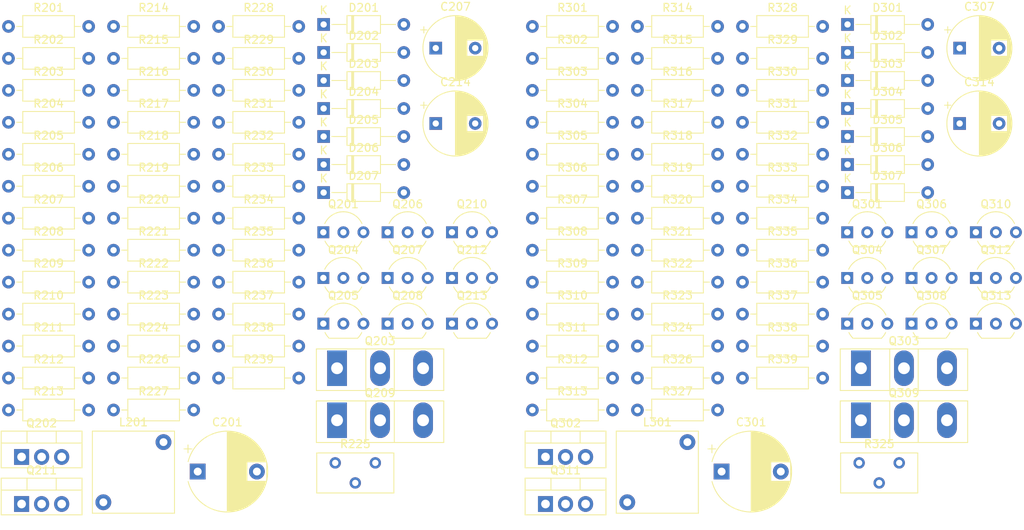
<source format=kicad_pcb>
(kicad_pcb (version 20240108) (generator "pcbnew") (generator_version "8.0")
  (layers (0 "F.Cu" signal) (31 "B.Cu" signal) (34 "B.Paste" user) (35 "F.Paste" user) (36 "B.SilkS" user "B.Silkscreen") (37 "F.SilkS" user "F.Silkscreen") (38 "B.Mask" user) (39 "F.Mask" user) (44 "Edge.Cuts" user))
  (net 0 "")
  (net 1 "Net-(C201-Pad1)")
  (net 2 "GND")
  (net 3 "Net-(Q205-B)")
  (net 4 "Net-(Q205-E)")
  (net 5 "Net-(Q211-B)")
  (net 6 "/Left Channel/-40V")
  (net 7 "Net-(C301-Pad1)")
  (net 8 "Net-(Q305-E)")
  (net 9 "Net-(Q305-B)")
  (net 10 "Net-(Q311-B)")
  (net 11 "/Right Channel/-40V")
  (net 12 "Net-(D201-K)")
  (net 13 "Net-(D201-A)")
  (net 14 "Net-(D202-A)")
  (net 15 "Net-(D202-K)")
  (net 16 "Net-(D203-K)")
  (net 17 "Net-(D204-A)")
  (net 18 "Net-(D205-A)")
  (net 19 "Net-(D206-A)")
  (net 20 "Net-(D206-K)")
  (net 21 "Net-(D207-K)")
  (net 22 "Net-(D301-A)")
  (net 23 "Net-(D301-K)")
  (net 24 "Net-(D302-A)")
  (net 25 "Net-(D302-K)")
  (net 26 "Net-(D303-K)")
  (net 27 "Net-(D304-A)")
  (net 28 "Net-(D305-A)")
  (net 29 "Net-(D306-K)")
  (net 30 "Net-(D306-A)")
  (net 31 "Net-(D307-K)")
  (net 32 "/Left Channel/OUT")
  (net 33 "Net-(C211-Pad1)")
  (net 34 "Net-(C311-Pad1)")
  (net 35 "/Right Channel/OUT")
  (net 36 "Net-(Q201-C)")
  (net 37 "Net-(Q201-B)")
  (net 38 "/Left Channel/+40V")
  (net 39 "Net-(Q202-E)")
  (net 40 "Net-(Q203-E)")
  (net 41 "Net-(Q204-B)")
  (net 42 "Net-(Q204-E)")
  (net 43 "Net-(Q205-C)")
  (net 44 "Net-(Q206-E)")
  (net 45 "Net-(Q206-B)")
  (net 46 "Net-(Q207-B)")
  (net 47 "Net-(Q207-C)")
  (net 48 "Net-(Q208-B)")
  (net 49 "Net-(Q209-B)")
  (net 50 "Net-(Q210-B)")
  (net 51 "Net-(Q210-E)")
  (net 52 "Net-(Q210-C)")
  (net 53 "Net-(Q211-E)")
  (net 54 "Net-(Q212-B)")
  (net 55 "Net-(Q212-E)")
  (net 56 "Net-(Q301-B)")
  (net 57 "Net-(Q301-C)")
  (net 58 "/Right Channel/+40V")
  (net 59 "Net-(Q302-E)")
  (net 60 "Net-(Q303-E)")
  (net 61 "Net-(Q304-B)")
  (net 62 "Net-(Q304-E)")
  (net 63 "Net-(Q305-C)")
  (net 64 "Net-(Q306-B)")
  (net 65 "Net-(Q306-E)")
  (net 66 "Net-(Q307-B)")
  (net 67 "Net-(Q307-C)")
  (net 68 "Net-(Q308-B)")
  (net 69 "Net-(Q309-B)")
  (net 70 "Net-(Q310-E)")
  (net 71 "Net-(Q310-B)")
  (net 72 "Net-(Q310-C)")
  (net 73 "Net-(Q311-E)")
  (net 74 "Net-(Q312-B)")
  (net 75 "Net-(Q312-E)")
  (net 76 "Net-(C202-Pad2)")
  (net 77 "/Left Channel/PROTECT")
  (net 78 "Net-(C203-Pad1)")
  (net 79 "GND1")
  (net 80 "Net-(R216-Pad2)")
  (net 81 "Net-(C206-Pad1)")
  (net 82 "Net-(C208-Pad1)")
  (net 83 "/Left Channel/IN")
  (net 84 "Net-(C208-Pad2)")
  (net 85 "Net-(C210-Pad1)")
  (net 86 "Net-(C212-Pad2)")
  (net 87 "Net-(C302-Pad2)")
  (net 88 "/Right Channel/PROTECT")
  (net 89 "Net-(C303-Pad1)")
  (net 90 "Net-(R316-Pad2)")
  (net 91 "Net-(C306-Pad1)")
  (net 92 "Net-(C308-Pad1)")
  (net 93 "/Right Channel/IN")
  (net 94 "Net-(C308-Pad2)")
  (net 95 "Net-(C310-Pad1)")
  (net 96 "Net-(C312-Pad2)")
  (footprint "Resistor_THT:R_Axial_DIN0207_L6.3mm_D2.5mm_P10.16mm_Horizontal" (layer "F.Cu") (at 81.908 68.06)
    (property "Reference" "R234" (at 5.08 -2.37 0) (layer "F.SilkS"))
    (property "Value" "3,3K")
    (pad "1" thru_hole circle (at 0 0) (size 1.6 1.6) (drill 0.8) (layers "*.Cu" "*.Mask") (net 2 "GND"))
    (pad "2" thru_hole oval (at 10.16 0) (size 1.6 1.6) (drill 0.8) (layers "*.Cu" "*.Mask") (net 21 "Net-(D207-K)"))
  )
  (footprint "Resistor_THT:R_Axial_DIN0207_L6.3mm_D2.5mm_P10.16mm_Horizontal" (layer "F.Cu") (at 81.908 64.01)
    (property "Reference" "R233" (at 5.08 -2.37 0) (layer "F.SilkS"))
    (property "Value" "15K")
    (pad "1" thru_hole circle (at 0 0) (size 1.6 1.6) (drill 0.8) (layers "*.Cu" "*.Mask") (net 5 "Net-(Q211-B)"))
    (pad "2" thru_hole oval (at 10.16 0) (size 1.6 1.6) (drill 0.8) (layers "*.Cu" "*.Mask") (net 21 "Net-(D207-K)"))
  )
  (footprint "Resistor_THT:R_Axial_DIN0207_L6.3mm_D2.5mm_P10.16mm_Horizontal" (layer "F.Cu") (at 81.908 51.86)
    (property "Reference" "R230" (at 5.08 -2.37 0) (layer "F.SilkS"))
    (property "Value" "1K")
    (pad "1" thru_hole circle (at 0 0) (size 1.6 1.6) (drill 0.8) (layers "*.Cu" "*.Mask") (net 52 "Net-(Q210-C)"))
    (pad "2" thru_hole oval (at 10.16 0) (size 1.6 1.6) (drill 0.8) (layers "*.Cu" "*.Mask") (net 44 "Net-(Q206-E)"))
  )
  (footprint "Diode_THT:D_DO-35_SOD27_P10.16mm_Horizontal" (layer "F.Cu") (at 95.218 43.51)
    (property "Reference" "D201" (at 5.08 -2.12 0) (layer "F.SilkS"))
    (property "Value" "1N4148")
    (fp_text user "K" (at 0 -1.8 0) (layer "F.SilkS"))
    (pad "1" thru_hole rect (at 0 0) (size 1.6 1.6) (drill 0.8) (layers "*.Cu" "*.Mask") (net 12 "Net-(D201-K)"))
    (pad "2" thru_hole oval (at 10.16 0) (size 1.6 1.6) (drill 0.8) (layers "*.Cu" "*.Mask") (net 13 "Net-(D201-A)"))
  )
  (footprint "Resistor_THT:R_Axial_DIN0207_L6.3mm_D2.5mm_P10.16mm_Horizontal" (layer "F.Cu") (at 68.598 88.31)
    (property "Reference" "R226" (at 5.08 -2.37 0) (layer "F.SilkS"))
    (property "Value" "0.22")
    (pad "1" thru_hole circle (at 0 0) (size 1.6 1.6) (drill 0.8) (layers "*.Cu" "*.Mask") (net 32 "/Left Channel/OUT"))
    (pad "2" thru_hole oval (at 10.16 0) (size 1.6 1.6) (drill 0.8) (layers "*.Cu" "*.Mask") (net 4 "Net-(Q205-E)"))
  )
  (footprint "Package_TO_SOT_THT:TO-92_Inline_Wide" (layer "F.Cu") (at 111.478 69.84)
    (property "Reference" "Q210" (at 2.54 -3.56 0) (layer "F.SilkS"))
    (property "Value" "BC547B")
    (pad "1" thru_hole rect (at 0 0) (size 1.5 1.5) (drill 0.8) (layers "*.Cu" "*.Mask") (net 51 "Net-(Q210-E)"))
    (pad "2" thru_hole circle (at 2.54 0) (size 1.5 1.5) (drill 0.8) (layers "*.Cu" "*.Mask") (net 50 "Net-(Q210-B)"))
    (pad "3" thru_hole circle (at 5.08 0) (size 1.5 1.5) (drill 0.8) (layers "*.Cu" "*.Mask") (net 52 "Net-(Q210-C)"))
  )
  (footprint "Resistor_THT:R_Axial_DIN0207_L6.3mm_D2.5mm_P10.16mm_Horizontal" (layer "F.Cu") (at 148.288 59.96)
    (property "Reference" "R332" (at 5.08 -2.37 0) (layer "F.SilkS"))
    (property "Value" "15K")
    (pad "1" thru_hole circle (at 0 0) (size 1.6 1.6) (drill 0.8) (layers "*.Cu" "*.Mask") (net 31 "Net-(D307-K)"))
    (pad "2" thru_hole oval (at 10.16 0) (size 1.6 1.6) (drill 0.8) (layers "*.Cu" "*.Mask") (net 71 "Net-(Q310-B)"))
  )
  (footprint "Inductor_THT:L_Radial_L10.2mm_W10.2mm_Px7.62mm_Py7.62mm_Pulse_LP-30" (layer "F.Cu") (at 67.308 104.05)
    (property "Reference" "L201" (at 3.81 -10.14 0) (layer "F.SilkS"))
    (property "Value" "0,5UH")
    (pad "1" thru_hole circle (at 0 0) (size 2 2) (drill 1) (layers "*.Cu" "*.Mask") (net 32 "/Left Channel/OUT"))
    (pad "2" thru_hole circle (at 7.62 -7.62) (size 2 2) (drill 1) (layers "*.Cu" "*.Mask") (net 33 "Net-(C211-Pad1)"))
  )
  (footprint "Resistor_THT:R_Axial_DIN0207_L6.3mm_D2.5mm_P10.16mm_Horizontal" (layer "F.Cu") (at 81.908 76.16)
    (property "Reference" "R236" (at 5.08 -2.37 0) (layer "F.SilkS"))
    (property "Value" "4,7")
    (pad "1" thru_hole circle (at 0 0) (size 1.6 1.6) (drill 0.8) (layers "*.Cu" "*.Mask") (net 86 "Net-(C212-Pad2)"))
    (pad "2" thru_hole oval (at 10.16 0) (size 1.6 1.6) (drill 0.8) (layers "*.Cu" "*.Mask") (net 2 "GND"))
  )
  (footprint "Resistor_THT:R_Axial_DIN0207_L6.3mm_D2.5mm_P10.16mm_Horizontal" (layer "F.Cu") (at 68.598 92.36)
    (property "Reference" "R227" (at 5.08 -2.37 0) (layer "F.SilkS"))
    (property "Value" "10K")
    (pad "1" thru_hole circle (at 0 0) (size 1.6 1.6) (drill 0.8) (layers "*.Cu" "*.Mask") (net 18 "Net-(D205-A)"))
    (pad "2" thru_hole oval (at 10.16 0) (size 1.6 1.6) (drill 0.8) (layers "*.Cu" "*.Mask") (net 48 "Net-(Q208-B)"))
  )
  (footprint "Package_TO_SOT_THT:TO-92_Inline_Wide" (layer "F.Cu") (at 103.328 81.42)
    (property "Reference" "Q208" (at 2.54 -3.56 0) (layer "F.SilkS"))
    (property "Value" "BC557B")
    (pad "1" thru_hole rect (at 0 0) (size 1.5 1.5) (drill 0.8) (layers "*.Cu" "*.Mask") (net 19 "Net-(D206-A)"))
    (pad "2" thru_hole circle (at 2.54 0) (size 1.5 1.5) (drill 0.8) (layers "*.Cu" "*.Mask") (net 48 "Net-(Q208-B)"))
    (pad "3" thru_hole circle (at 5.08 0) (size 1.5 1.5) (drill 0.8) (layers "*.Cu" "*.Mask") (net 42 "Net-(Q204-E)"))
  )
  (footprint "Package_TO_SOT_THT:TO-92_Inline_Wide" (layer "F.Cu") (at 177.858 75.63)
    (property "Reference" "Q312" (at 2.54 -3.56 0) (layer "F.SilkS"))
    (property "Value" "MPSA13")
    (pad "1" thru_hole rect (at 0 0) (size 1.5 1.5) (drill 0.8) (layers "*.Cu" "*.Mask") (net 75 "Net-(Q312-E)"))
    (pad "2" thru_hole circle (at 2.54 0) (size 1.5 1.5) (drill 0.8) (layers "*.Cu" "*.Mask") (net 74 "Net-(Q312-B)"))
    (pad "3" thru_hole circle (at 5.08 0) (size 1.5 1.5) (drill 0.8) (layers "*.Cu" "*.Mask") (net 10 "Net-(Q311-B)"))
  )
  (footprint "Resistor_THT:R_Axial_DIN0207_L6.3mm_D2.5mm_P10.16mm_Horizontal" (layer "F.Cu") (at 55.288 43.76)
    (property "Reference" "R201" (at 5.08 -2.37 0) (layer "F.SilkS"))
    (property "Value" "150")
    (pad "1" thru_hole circle (at 0 0) (size 1.6 1.6) (drill 0.8) (layers "*.Cu" "*.Mask") (net 1 "Net-(C201-Pad1)"))
    (pad "2" thru_hole oval (at 10.16 0) (size 1.6 1.6) (drill 0.8) (layers "*.Cu" "*.Mask") (net 38 "/Left Channel/+40V"))
  )
  (footprint "Resistor_THT:R_Axial_DIN0207_L6.3mm_D2.5mm_P10.16mm_Horizontal" (layer "F.Cu") (at 81.908 43.76)
    (property "Reference" "R228" (at 5.08 -2.37 0) (layer "F.SilkS"))
    (property "Value" "100")
    (pad "1" thru_hole circle (at 0 0) (size 1.6 1.6) (drill 0.8) (layers "*.Cu" "*.Mask") (net 79 "GND1"))
    (pad "2" thru_hole oval (at 10.16 0) (size 1.6 1.6) (drill 0.8) (layers "*.Cu" "*.Mask") (net 2 "GND"))
  )
  (footprint "Package_TO_SOT_THT:TO-92_Inline_Wide" (layer "F.Cu") (at 95.178 69.84)
    (property "Reference" "Q201" (at 2.54 -3.56 0) (layer "F.SilkS"))
    (property "Value" "BF423")
    (pad "1" thru_hole rect (at 0 0) (size 1.5 1.5) (drill 0.8) (layers "*.Cu" "*.Mask") (net 37 "Net-(Q201-B)"))
    (pad "2" thru_hole circle (at 2.54 0) (size 1.5 1.5) (drill 0.8) (layers "*.Cu" "*.Mask") (net 36 "Net-(Q201-C)"))
    (pad "3" thru_hole circle (at 5.08 0) (size 1.5 1.5) (drill 0.8) (layers "*.Cu" "*.Mask") (net 14 "Net-(D202-A)"))
  )
  (footprint "Resistor_THT:R_Axial_DIN0207_L6.3mm_D2.5mm_P10.16mm_Horizontal" (layer "F.Cu") (at 68.598 47.81)
    (property "Reference" "R215" (at 5.08 -2.37 0) (layer "F.SilkS"))
    (property "Value" "470")
    (pad "1" thru_hole circle (at 0 0) (size 1.6 1.6) (drill 0.8) (layers "*.Cu" "*.Mask") (net 3 "Net-(Q205-B)"))
    (pad "2" thru_hole oval (at 10.16 0) (size 1.6 1.6) (drill 0.8) (layers "*.Cu" "*.Mask") (net 4 "Net-(Q205-E)"))
  )
  (footprint "Package_TO_SOT_THT:TO-92_Inline_Wide" (layer "F.Cu") (at 161.558 69.84)
    (property "Reference" "Q301" (at 2.54 -3.56 0) (layer "F.SilkS"))
    (property "Value" "BF423")
    (pad "1" thru_hole rect (at 0 0) (size 1.5 1.5) (drill 0.8) (layers "*.Cu" "*.Mask") (net 56 "Net-(Q301-B)"))
    (pad "2" thru_hole circle (at 2.54 0) (size 1.5 1.5) (drill 0.8) (layers "*.Cu" "*.Mask") (net 57 "Net-(Q301-C)"))
    (pad "3" thru_hole circle (at 5.08 0) (size 1.5 1.5) (drill 0.8) (layers "*.Cu" "*.Mask") (net 24 "Net-(D302-A)"))
  )
  (footprint "Package_TO_SOT_THT:TO-247-3_Vertical" (layer "F.Cu") (at 96.918 87.07)
    (property "Reference" "Q203" (at 5.45 -3.45 0) (layer "F.SilkS"))
    (property "Value" "BDV65B")
    (pad "1" thru_hole rect (at 0 0) (size 2.5 4.5) (drill 1.5) (layers "*.Cu" "*.Mask") (net 40 "Net-(Q203-E)"))
    (pad "2" thru_hole oval (at 5.45 0) (size 2.5 4.5) (drill 1.5) (layers "*.Cu" "*.Mask") (net 39 "Net-(Q202-E)"))
    (pad "3" thru_hole oval (at 10.9 0) (size 2.5 4.5) (drill 1.5) (layers "*.Cu" "*.Mask") (net 38 "/Left Channel/+40V"))
  )
  (footprint "Package_TO_SOT_THT:TO-247-3_Vertical" (layer "F.Cu") (at 163.298 93.66)
    (property "Reference" "Q309" (at 5.45 -3.45 0) (layer "F.SilkS"))
    (property "Value" "BDV64B")
    (pad "1" thru_hole rect (at 0 0) (size 2.5 4.5) (drill 1.5) (layers "*.Cu" "*.Mask") (net 8 "Net-(Q305-E)"))
    (pad "2" thru_hole oval (at 5.45 0) (size 2.5 4.5) (drill 1.5) (layers "*.Cu" "*.Mask") (net 11 "/Right Channel/-40V"))
    (pad "3" thru_hole oval (at 10.9 0) (size 2.5 4.5) (drill 1.5) (layers "*.Cu" "*.Mask") (net 69 "Net-(Q309-B)"))
  )
  (footprint "Resistor_THT:R_Axial_DIN0207_L6.3mm_D2.5mm_P10.16mm_Horizontal" (layer "F.Cu") (at 121.668 68.06)
    (property "Reference" "R307" (at 5.08 -2.37 0) (layer "F.SilkS"))
    (property "Value" "27")
    (pad "1" thru_hole circle (at 0 0) (size 1.6 1.6) (drill 0.8) (layers "*.Cu" "*.Mask") (net 87 "Net-(C302-Pad2)"))
    (pad "2" thru_hole oval (at 10.16 0) (size 1.6 1.6) (drill 0.8) (layers "*.Cu" "*.Mask") (net 56 "Net-(Q301-B)"))
  )
  (footprint "Resistor_THT:R_Axial_DIN0207_L6.3mm_D2.5mm_P10.16mm_Horizontal" (layer "F.Cu") (at 148.288 43.76)
    (property "Reference" "R328" (at 5.08 -2.37 0) (layer "F.SilkS"))
    (property "Value" "100")
    (pad "1" thru_hole circle (at 0 0) (size 1.6 1.6) (drill 0.8) (layers "*.Cu" "*.Mask") (net 79 "GND1"))
    (pad "2" thru_hole oval (at 10.16 0) (size 1.6 1.6) (drill 0.8) (layers "*.Cu" "*.Mask") (net 2 "GND"))
  )
  (footprint "Resistor_THT:R_Axial_DIN0207_L6.3mm_D2.5mm_P10.16mm_Horizontal" (layer "F.Cu") (at 121.668 92.36)
    (property "Reference" "R313" (at 5.08 -2.37 0) (layer "F.SilkS"))
    (property "Value" "33K")
    (pad "1" thru_hole circle (at 0 0) (size 1.6 1.6) (drill 0.8) (layers "*.Cu" "*.Mask") (net 60 "Net-(Q303-E)"))
    (pad "2" thru_hole oval (at 10.16 0) (size 1.6 1.6) (drill 0.8) (layers "*.Cu" "*.Mask") (net 9 "Net-(Q305-B)"))
  )
  (footprint "Resistor_THT:R_Axial_DIN0207_L6.3mm_D2.5mm_P10.16mm_Horizontal" (layer "F.Cu") (at 134.978 80.21)
    (property "Reference" "R323" (at 5.08 -2.37 0) (layer "F.SilkS"))
    (property "Value" "10K")
    (pad "1" thru_hole circle (at 0 0) (size 1.6 1.6) (drill 0.8) (layers "*.Cu" "*.Mask") (net 94 "Net-(C308-Pad2)"))
    (pad "2" thru_hole oval (at 10.16 0) (size 1.6 1.6) (drill 0.8) (layers "*.Cu" "*.Mask") (net 79 "GND1"))
  )
  (footprint "Resistor_THT:R_Axial_DIN0207_L6.3mm_D2.5mm_P10.16mm_Horizontal" (layer "F.Cu") (at 81.908 59.96)
    (property "Reference" "R232" (at 5.08 -2.37 0) (layer "F.SilkS"))
    (property "Value" "15K")
    (pad "1" thru_hole circle (at 0 0) (size 1.6 1.6) (drill 0.8) (layers "*.Cu" "*.Mask") (net 21 "Net-(D207-K)"))
    (pad "2" thru_hole oval (at 10.16 0) (size 1.6 1.6) (drill 0.8) (layers "*.Cu" "*.Mask") (net 50 "Net-(Q210-B)"))
  )
  (footprint "Resistor_THT:R_Axial_DIN0207_L6.3mm_D2.5mm_P10.16mm_Horizontal" (layer "F.Cu") (at 134.978 68.06)
    (property "Reference" "R320" (at 5.08 -2.37 0) (layer "F.SilkS"))
    (property "Value" "1K")
    (pad "1" thru_hole circle (at 0 0) (size 1.6 1.6) (drill 0.8) (layers "*.Cu" "*.Mask") (net 92 "Net-(C308-Pad1)"))
    (pad "2" thru_hole oval (at 10.16 0) (size 1.6 1.6) (drill 0.8) (layers "*.Cu" "*.Mask") (net 93 "/Right Channel/IN"))
  )
  (footprint "Potentiometer_THT:Potentiometer_Bourns_3296Y_Vertical" (layer "F.Cu") (at 168.148 99.06)
    (property "Reference" "R325" (at -2.54 -2.39 0) (layer "F.SilkS"))
    (property "Value" "100")
    (pad "1" thru_hole circle (at 0 0) (size 1.44 1.44) (drill 0.8) (layers "*.Cu" "*.Mask") (net 90 "Net-(R316-Pad2)"))
    (pad "2" thru_hole circle (at -2.54 2.54) (size 1.44 1.44) (drill 0.8) (layers "*.Cu" "*.Mask") (net 69 "Net-(Q309-B)"))
    (pad "3" thru_hole circle (at -5.08 0) (size 1.44 1.44) (drill 0.8) (layers "*.Cu" "*.Mask") (net 69 "Net-(Q309-B)"))
  )
  (footprint "Resistor_THT:R_Axial_DIN0207_L6.3mm_D2.5mm_P10.16mm_Horizontal" (layer "F.Cu") (at 121.668 55.91)
    (property "Reference" "R304" (at 5.08 -2.37 0) (layer "F.SilkS"))
    (property "Value" "68")
    (pad "1" thru_hole circle (at 0 0) (size 1.6 1.6) (drill 0.8) (layers "*.Cu" "*.Mask") (net 7 "Net-(C301-Pad1)"))
    (pad "2" thru_hole oval (at 10.16 0) (size 1.6 1.6) (drill 0.8) (layers "*.Cu" "*.Mask") (net 57 "Net-(Q301-C)"))
  )
  (footprint "Resistor_THT:R_Axial_DIN0207_L6.3mm_D2.5mm_P10.16mm_Horizontal" (layer "F.Cu") (at 68.598 84.26)
    (property "Reference" "R224" (at 5.08 -2.37 0) (layer "F.SilkS"))
    (property "Value" "390")
    (pad "1" thru_hole circle (at 0 0) (size 1.6 1.6) (drill 0.8) (layers "*.Cu" "*.Mask") (net 85 "Net-(C210-Pad1)"))
    (pad "2" thru_hole oval (at 10.16 0) (size 1.6 1.6) (drill 0.8) (layers "*.Cu" "*.Mask") (net 46 "Net-(Q207-B)"))
  )
  (footprint "Resistor_THT:R_Axial_DIN0207_L6.3mm_D2.5mm_P10.16mm_Horizontal" (layer "F.Cu") (at 121.668 88.31)
    (property "Reference" "R312" (at 5.08 -2.37 0) (layer "F.SilkS"))
    (property "Value" "270")
    (pad "1" thru_hole circle (at 0 0) (size 1.6 1.6) (drill 0.8) (layers "*.Cu" "*.Mask") (net 61 "Net-(Q304-B)"))
    (pad "2" thru_hole oval (at 10.16 0) (size 1.6 1.6) (drill 0.8) (layers "*.Cu" "*.Mask") (net 60 "Net-(Q303-E)"))
  )
  (footprint "Package_TO_SOT_THT:TO-92_Inline_Wide" (layer "F.Cu") (at 169.708 75.63)
    (property "Reference" "Q307" (at 2.54 -3.56 0) (layer "F.SilkS"))
    (property "Value" "BC547B")
    (pad "1" thru_hole rect (at 0 0) (size 1.5 1.5) (drill 0.8) (layers "*.Cu" "*.Mask") (net 65 "Net-(Q306-E)"))
    (pad "2" thru_hole circle (at 2.54 0) (size 1.5 1.5) (drill 0.8) (layers "*.Cu" "*.Mask") (net 66 "Net-(Q307-B)"))
    (pad "3" thru_hole circle (at 5.08 0) (size 1.5 1.5) (drill 0.8) (layers "*.Cu" "*.Mask") (net 67 "Net-(Q307-C)"))
  )
  (footprint "Resistor_THT:R_Axial_DIN0207_L6.3mm_D2.5mm_P10.16mm_Horizontal" (layer "F.Cu") (at 134.978 43.76)
    (property "Reference" "R314" (at 5.08 -2.37 0) (layer "F.SilkS"))
    (property "Value" "10K")
    (pad "1" thru_hole circle (at 0 0) (size 1.6 1.6) (drill 0.8) (layers "*.Cu" "*.Mask") (net 27 "Net-(D304-A)"))
    (pad "2" thru_hole oval (at 10.16 0) (size 1.6 1.6) (drill 0.8) (layers "*.Cu" "*.Mask") (net 61 "Net-(Q304-B)"))
  )
  (footprint "Diode_THT:D_DO-35_SOD27_P10.16mm_Horizontal" (layer "F.Cu") (at 161.598 64.81)
    (property "Reference" "D307" (at 5.08 -2.12 0) (layer "F.SilkS"))
    (property "Value" "12V")
    (fp_text user "K" (at 0 -1.8 0) (layer "F.SilkS"))
    (pad "1" thru_hole rect (at 0 0) (size 1.6 1.6) (drill 0.8) (layers "*.Cu" "*.Mask") (net 31 "Net-(D307-K)"))
    (pad "2" thru_hole oval (at 10.16 0) (size 1.6 1.6) (drill 0.8) (layers "*.Cu" "*.Mask") (net 11 "/Right Channel/-40V"))
  )
  (footprint "Resistor_THT:R_Axial_DIN0207_L6.3mm_D2.5mm_P10.16mm_Horizontal" (layer "F.Cu") (at 68.598 72.11)
    (property "Reference" "R221" (at 5.08 -2.37 0) (layer "F.SilkS"))
    (property "Value" "1K")
    (pad "1" thru_hole circle (at 0 0) (size 1.6 1.6) (drill 0.8) (layers "*.Cu" "*.Mask") (net 45 "Net-(Q206-B)"))
    (pad "2" thru_hole oval (at 10.16 0) (size 1.6 1.6) (drill 0.8) (layers "*.Cu" "*.Mask") (net 84 "Net-(C208-Pad2)"))
  )
  (footprint "Resistor_THT:R_Axial_DIN0207_L6.3mm_D2.5mm_P10.16mm_Horizontal" (layer "F.Cu") (at 55.288 51.86)
    (property "Reference" "R203" (at 5.08 -2.37 0) (layer "F.SilkS"))
    (property "Value" "560")
    (pad "1" thru_hole circle (at 0 0) (size 1.6 1.6) (drill 0.8) (layers "*.Cu" "*.Mask") (net 1 "Net-(C201-Pad1)"))
    (pad "2" thru_hole oval (at 10.16 0) (size 1.6 1.6) (drill 0.8) (layers "*.Cu" "*.Mask") (net 47 "Net-(Q207-C)"))
  )
  (footprint "Inductor_THT:L_Radial_L10.2mm_W10.2mm_Px7.62mm_Py7.62mm_Pulse_LP-30" (layer "F.Cu") (at 133.688 104.05)
    (property "Reference" "L301" (at 3.81 -10.14 0) (layer "F.SilkS"))
    (property "Value" "0,5UH")
    (pad "1" thru_hole circle (at 0 0) (size 2 2) (drill 1) (layers "*.Cu" "*.Mask") (net 35 "/Right Channel/OUT"))
    (pad "2" thru_hole circle (at 7.62 -7.62) (size 2 2) (drill 1) (layers "*.Cu" "*.Mask") (net 34 "Net-(C311-Pad1)"))
  )
  (footprint "Resistor_THT:R_Axial_DIN0207_L6.3mm_D2.5mm_P10.16mm_Horizontal" (layer "F.Cu") (at 68.598 55.91)
    (property "Reference" "R217" (at 5.08 -2.37 0) (layer "F.SilkS"))
    (property "Value" "390")
    (pad "1" thru_hole circle (at 0 0) (size 1.6 1.6) (drill 0.8) (layers "*.Cu" "*.Mask") (net 39 "Net-(Q202-E)"))
    (pad "2" thru_hole oval (at 10.16 0) (size 1.6 1.6) (drill 0.8) (layers "*.Cu" "*.Mask") (net 80 "Net-(R216-Pad2)"))
  )
  (footprint "Diode_THT:D_DO-35_SOD27_P10.16mm_Horizontal" (layer "F.Cu") (at 95.218 61.26)
    (property "Reference" "D206" (at 5.08 -2.12 0) (layer "F.SilkS"))
    (property "Value" "1N4148")
    (fp_text user "K" (at 0 -1.8 0) (layer "F.SilkS"))
    (pad "1" thru_hole rect (at 0 0) (size 1.6 1.6) (drill 0.8) (layers "*.Cu" "*.Mask") (net 20 "Net-(D206-K)"))
    (pad "2" thru_hole oval (at 10.16 0) (size 1.6 1.6) (drill 0.8) (layers "*.Cu" "*.Mask") (net 19 "Net-(D206-A)"))
  )
  (footprint "Resistor_THT:R_Axial_DIN0207_L6.3mm_D2.5mm_P10.16mm_Horizontal" (layer "F.Cu") (at 134.978 51.86)
    (property "Reference" "R316" (at 5.08 -2.37 0) (layer "F.SilkS"))
    (property "Value" "2,2K")
    (pad "1" thru_hole circle (at 0 0) (size 1.6 1.6) (drill 0.8) (layers "*.Cu" "*.Mask") (net 59 "Net-(Q302-E)"))
    (pad "2" thru_hole oval (at 10.16 0) (size 1.6 1.6) (drill 0.8) (layers "*.Cu" "*.Mask") (net 90 "Net-(R316-Pad2)"))
  )
  (footprint "Diode_THT:D_DO-35_SOD27_P10.16mm_Horizontal" (layer "F.Cu") (at 95.218 50.61)
    (property "Reference" "D203" (at 5.08 -2.12 0) (layer "F.SilkS"))
    (property "Value" "1N4148")
    (fp_text user "K" (at 0 -1.8 0) (layer "F.SilkS"))
    (pad "1" thru_hole rect (at 0 0) (size 1.6 1.6) (drill 0.8) (layers "*.Cu" "*.Mask") (net 16 "Net-(D203-K)"))
    (pad "2" thru_hole oval (at 10.16 0) (size 1.6 1.6) (drill 0.8) (layers "*.Cu" "*.Mask") (net 15 "Net-(D202-K)"))
  )
  (footprint "Package_TO_SOT_THT:TO-220-3_Vertical" (layer "F.Cu") (at 56.948 98.31)
    (property "Reference" "Q202" (at 2.54 -4.27 0) (layer "F.SilkS"))
    (property "Value" "BF857")
    (pad "1" thru_hole rect (at 0 0) (size 1.905 2) (drill 1.1) (layers "*.Cu" "*.Mask") (net 39 "Net-(Q202-E)"))
    (pad "2" thru_hole oval (at 2.54 0) (size 1.905 2) (drill 1.1) (layers "*.Cu" "*.Mask") (net 38 "/Left Channel/+40V"))
    (pad "3" thru_hole oval (at 5.08 0) (size 1.905 2) (drill 1.1) (layers "*.Cu" "*.Mask") (net 15 "Net-(D202-K)"))
  )
  (footprint "Resistor_THT:R_Axial_DIN0207_L6.3mm_D2.5mm_P10.16mm_Horizontal" (layer "F.Cu") (at 81.908 47.81)
    (property "Reference" "R229" (at 5.08 -2.37 0) (layer "F.SilkS"))
    (property "Value" "270")
    (pad "1" thru_hole circle (at 0 0) (size 1.6 1.6) (drill 0.8) (layers "*.Cu" "*.Mask") (net 48 "Net-(Q208-B)"))
    (pad "2" thru_hole oval (at 10.16 0) (size 1.6 1.6) (drill 0.8) (layers "*.Cu" "*.Mask") (net 4 "Net-(Q205-E)"))
  )
  (footprint "Resistor_THT:R_Axial_DIN0207_L6.3mm_D2.5mm_P10.16mm_Horizontal" (layer "F.Cu") (at 134.978 72.11)
    (property "Reference" "R321" (at 5.08 -2.37 0) (layer "F.SilkS"))
    (property "Value" "1K")
    (pad "1" thru_hole circle (at 0 0) (size 1.6 1.6) (drill 0.8) (layers "*.Cu" "*.Mask") (net 64 "Net-(Q306-B)"))
    (pad "2" thru_hole oval (at 10.16 0) (size 1.6 1.6) (drill 0.8) (layers "*.Cu" "*.Mask") (net 94 "Net-(C308-Pad2)"))
  )
  (footprint "Diode_THT:D_DO-35_SOD27_P10.16mm_Horizontal" (layer "F.Cu") (at 161.598 61.26)
    (property "Reference" "D306" (at 5.08 -2.12 0) (layer "F.SilkS"))
    (property "Value" "1N4148")
    (fp_text user "K" (at 0 -1.8 0) (layer "F.SilkS"))
    (pad "1" thru_hole rect (at 0 0) (size 1.6 1.6) (drill 0.8) (layers "*.Cu" "*.Mask") (net 29 "Net-(D306-K)"))
    (pad "2" thru_hole oval (at 10.16 0) (size 1.6 1.6) (drill 0.8) (layers "*.Cu" "*.Mask") (net 30 "Net-(D306-A)"))
  )
  (footprint "Resistor_THT:R_Axial_DIN0207_L6.3mm_D2.5mm_P10.16mm_Horizontal" (layer "F.Cu") (at 68.598 51.86)
    (property "Reference" "R216" (at 5.08 -2.37 0) (layer "F.SilkS"))
    (property "Value" "2,2K")
    (pad "1" thru_hole circle (at 0 0) (size 1.6 1.6) (drill 0.8) (layers "*.Cu" "*.Mask") (net 39 "Net-(Q202-E)"))
    (pad "2" thru_hole oval (at 10.16 0) (size 1.6 1.6) (drill 0.8) (layers "*.Cu" "*.Mask") (net 80 "Net-(R216-Pad2)"))
  )
  (footprint "Resistor_THT:R_Axial_DIN0207_L6.3mm_D2.5mm_P10.16mm_Horizontal" (layer "F.Cu") (at 148.288 72.11)
    (property "Reference" "R335" (at 5.08 -2.37 0) (layer "F.SilkS"))
    (property "Value" "47")
    (pad "1" thru_hole circle (at 0 0) (size 1.6 1.6) (drill 0.8) (layers "*.Cu" "*.Mask") (net 73 "Net-(Q311-E)"))
    (pad "2" thru_hole oval (at 10.16 0) (size 1.6 1.6) (drill 0.8) (layers "*.Cu" "*.Mask") (net 74 "Net-(Q312-B)"))
  )
  (footprint "Diode_THT:D_DO-35_SOD27_P10.16mm_Horizontal" (layer "F.Cu") (at 95.218 47.06)
    (property "Reference" "D202" (at 5.08 -2.12 0) (layer "F.SilkS"))
    (property "Value" "1N4148")
    (fp_text user "K" (at 0 -1.8 0) (layer "F.SilkS"))
    (pad "1" thru_hole rect (at 0 0) (size 1.6 1.6) (drill 0.8) (layers "*.Cu" "*.Mask") (net 15 "Net-(D202-K)"))
    (pad "2" thru_hole oval (at 10.16 0) (size 1.6 1.6) (drill 0.8) (layers "*.Cu" "*.Mask") (net 14 "Net-(D202-A)"))
  )
  (footprint "Resistor_THT:R_Axial_DIN0207_L6.3mm_D2.5mm_P10.16mm_Horizontal" (layer "F.Cu") (at 148.288 68.06)
    (property "Reference" "R334" (at 5.08 -2.37 0) (layer "F.SilkS"))
    (property "Value" "3,3K")
    (pad "1" thru_hole circle (at 0 0) (size 1.6 1.6) (drill 0.8) (layers "*.Cu" "*.Mask") (net 2 "GND"))
    (pad "2" thru_hole oval (at 10.16 0) (size 1.6 1.6) (drill 0.8) (layers "*.Cu" "*.Mask") (net 31 "Net-(D307-K)"))
  )
  (footprint "Resistor_THT:R_Axial_DIN0207_L6.3mm_D2.5mm_P10.16mm_Horizontal" (layer "F.Cu") (at 148.288 51.86)
    (property "Reference" "R330" (at 5.08 -2.37 0) (layer "F.SilkS"))
    (property "Value" "1K")
    (pad "1" thru_hole circle (at 0 0) (size 1.6 1.6) (drill 0.8) (layers "*.Cu" "*.Mask") (net 72 "Net-(Q310-C)"))
    (pad "2" thru_hole oval (at 10.16 0) (size 1.6 1.6) (drill 0.8) (layers "*.Cu" "*.Mask") (net 65 "Net-(Q306-E)"))
  )
  (footprint "Resistor_THT:R_Axial_DIN0207_L6.3mm_D2.5mm_P10.16mm_Horizontal" (layer "F.Cu") (at 121.668 72.11)
    (property "Reference" "R308" (at 5.08 -2.37 0) (layer "F.SilkS"))
    (property "Value" "2,2M")
    (pad "1" thru_hole circle (at 0 0) (size 1.6 1.6) (drill 0.8) (layers "*.Cu" "*.Mask") (net 22 "Net-(D301-A)"))
    (pad "2" thru_hole oval (at 10.16 0) (size 1.6 1.6) (drill 0.8) (layers "*.Cu" "*.Mask") (net 9 "Net-(Q305-B)"))
  )
  (footprint "Resistor_THT:R_Axial_DIN0207_L6.3mm_D2.5mm_P10.16mm_Horizontal" (layer "F.Cu") (at 121.668 64.01)
    (property "Reference" "R306" (at 5.08 -2.37 0) (layer "F.SilkS"))
    (property "Value" "1K")
    (pad "1" thru_hole circle (at 0 0) (size 1.6 1.6) (drill 0.8) (layers "*.Cu" "*.Mask") (net 58 "/Right Channel/+40V"))
    (pad "2" thru_hole oval (at 10.16 0) (size 1.6 1.6) (drill 0.8) (layers "*.Cu" "*.Mask") (net 23 "Net-(D301-K)"))
  )
  (footprint "Diode_THT:D_DO-35_SOD27_P10.16mm_Horizontal" (layer "F.Cu") (at 95.218 57.71)
    (property "Reference" "D205" (at 5.08 -2.12 0) (layer "F.SilkS"))
    (property "Value" "1N4148")
    (fp_text user "K" (at 0 -1.8 0) (layer "F.SilkS"))
    (pad "1" thru_hole rect (at 0 0) (size 1.6 1.6) (drill 0.8) (layers "*.Cu" "*.Mask") (net 2 "GND"))
    (pad "2" thru_hole oval (at 10.16 0) (size 1.6 1.6) (drill 0.8) (layers "*.Cu" "*.Mask") (net 18 "Net-(D205-A)"))
  )
  (footprint "Resistor_THT:R_Axial_DIN0207_L6.3mm_D2.5mm_P10.16mm_Horizontal" (layer "F.Cu") (at 55.288 47.81)
    (property "Reference" "R202" (at 5.08 -2.37 0) (layer "F.SilkS"))
    (property "Value" "560")
    (pad "1" thru_hole circle (at 0 0) (size 1.6 1.6) (drill 0.8) (layers "*.Cu" "*.Mask") (net 1 "Net-(C201-Pad1)"))
    (pad "2" thru_hole oval (at 10.16 0) (size 1.6 1.6) (drill 0.8) (layers "*.Cu" "*.Mask") (net 76 "Net-(C202-Pad2)"))
  )
  (footprint "Resistor_THT:R_Axial_DIN0207_L6.3mm_D2.5mm_P10.16mm_Horizontal" (layer "F.Cu") (at 68.598 64.01)
    (property "Reference" "R219" (at 5.08 -2.37 0) (layer "F.SilkS"))
    (property "Value" "10K")
    (pad "1" thru_hole circle (at 0 0) (size 1.6 1.6) (drill 0.8) (layers "*.Cu" "*.Mask") (net 81 "Net-(C206-Pad1)"))
    (pad "2" thru_hole oval (at 10.16 0) (size 1.6 1.6) (drill 0.8) (layers "*.Cu" "*.Mask") (net 46 "Net-(Q207-B)"))
  )
  (footprint "Resistor_THT:R_Axial_DIN0207_L6.3mm_D2.5mm_P10.16mm_Horizontal" (layer "F.Cu") (at 81.908 84.26)
    (property "Reference" "R238" (at 5.08 -2.37 0) (layer "F.SilkS"))
    (property "Value" "270")
    (pad "1" thru_hole circle (at 0 0) (size 1.6 1.6) (drill 0.8) (layers "*.Cu" "*.Mask") (net 6 "/Left Channel/-40V"))
    (pad "2" thru_hole oval (at 10.16 0) (size 1.6 1.6) (drill 0.8) (layers "*.Cu" "*.Mask") (net 51 "Net-(Q210-E)"))
  )
  (footprint "Package_TO_SOT_THT:TO-92_Inline_Wide" (layer "F.Cu") (at 161.558 75.63)
    (property "Reference" "Q304" (at 2.54 -3.56 0) (layer "F.SilkS"))
    (property "Value" "BC547B")
    (pad "1" thru_hole rect (at 0 0) (size 1.5 1.5) (drill 0.8) (layers "*.Cu" "*.Mask") (net 62 "Net-(Q304-E)"))
    (pad "2" thru_hole circle (at 2.54 0) (size 1.5 1.5) (drill 0.8) (layers "*.Cu" "*.Mask") (net 61 "Net-(Q304-B)"))
    (pad "3" thru_hole circle (at 5.08 0) (size 1.5 1.5) (drill 0.8) (layers "*.Cu" "*.Mask") (net 26 "Net-(D303-K)"))
  )
  (footprint "Diode_THT:D_DO-35_SOD27_P10.16mm_Horizontal" (layer "F.Cu") (at 161.598 54.16)
    (property "Reference" "D304" (at 5.08 -2.12 0) (layer "F.SilkS"))
    (property "Value" "1N4148")
    (fp_text user "K" (at 0 -1.8 0) (layer "F.SilkS"))
    (pad "1" thru_hole rect (at 0 0) (size 1.6 1.6) (drill 0.8) (layers "*.Cu" "*.Mask") (net 2 "GND"))
    (pad "2" thru_hole oval (at 10.16 0) (size 1.6 1.6) (drill 0.8) (layers "*.Cu" "*.Mask") (net 27 "Net-(D304-A)"))
  )
  (footprint "Resistor_THT:R_Axial_DIN0207_L6.3mm_D2.5mm_P10.16mm_Horizontal" (layer "F.Cu") (at 68.598 59.96)
    (property "Reference" "R218" (at 5.08 -2.37 0) (layer "F.SilkS"))
    (property "Value" "0.22")
    (pad "1" thru_hole circle (at 0 0) (size 1.6 1.6) (drill 0.8) (layers "*.Cu" "*.Mask") (net 40 "Net-(Q203-E)"))
    (pad "2" thru_hole oval (at 10.16 0) (size 1.6 1.6) (drill 0.8) (layers "*.Cu" "*.Mask") (net 32 "/Left Channel/OUT"))
  )
  (footprint "Resistor_THT:R_Axial_DIN0207_L6.3mm_D2.5mm_P10.16mm_Horizontal" (layer "F.Cu") (at 134.978 59.96)
    (property "Reference" "R318" (at 5.08 -2.37 0) (layer "F.SilkS"))
    (property "Value" "0.22")
    (pad "1" thru_hole circle (at 0 0) (size 1.6 1.6) (drill 0.8) (layers "*.Cu" "*.Mask") (net 60 "Net-(Q303-E)"))
    (pad "2" thru_hole oval (at 10.16 0) (size 1.6 1.6) (drill 0.8) (layers "*.Cu" "*.Mask") (net 35 "/Right Channel/OUT"))
  )
  (footprint "Resistor_THT:R_Axial_DIN0207_L6.3mm_D2.5mm_P10.16mm_Horizontal" (layer "F.Cu") (at 55.288 68.06)
    (property "Reference" "R207" (at 5.08 -2.37 0) (layer "F.SilkS"))
    (property "Value" "27")
    (pad "1" thru_hole circle (at 0 0) (size 1.6 1.6) (drill 0.8) (layers "*.Cu" "*.Mask") (net 76 "Net-(C202-Pad2)"))
    (pad "2" thru_hole oval (at 10.16 0) (size 1.6 1.6) (drill 0.8) (layers "*.Cu" "*.Mask") (net 37 "Net-(Q201-B)"))
  )
  (footprint "Resistor_THT:R_Axial_DIN0207_L6.3mm_D2.5mm_P10.16mm_Horizontal" (layer "F.Cu") (at 55.288 92.36)
    (property "Reference" "R213" (at 5.08 -2.37 0) (layer "F.SilkS"))
    (property "Value" "33K")
    (pad "1" thru_hole circle (at 0 0) (size 1.6 1.6) (drill 0.8) (layers "*.Cu" "*.Mask") (net 40 "Net-(Q203-E)"))
    (pad "2" thru_hole oval (at 10.16 0) (size 1.6 1.6) (drill 0.8) (layers "*.Cu" "*.Mask") (net 3 "Net-(Q205-B)"))
  )
  (footprint "Resistor_THT:R_Axial_DIN0207_L6.3mm_D2.5mm_P10.16mm_Horizontal" (layer "F.Cu") (at 134.978 92.36)
    (property "Reference" "R327" (at 5.08 -2.37 0) (layer "F.SilkS"))
    (property "Value" "10K")
    (pad "1" thru_hole circle (at 0 0) (size 1.6 1.6) (drill 0.8) (layers "*.Cu" "*.Mask") (net 28 "Net-(D305-A)"))
    (pad "2" thru_hole oval (at 10.16 0) (size 1.6 1.6) (drill 0.8) (layers "*.Cu" "*.Mask") (net 68 "Net-(Q308-B)"))
  )
  (footprint "Package_TO_SOT_THT:TO-92_Inline_Wide" (layer "F.Cu") (at 111.478 75.63)
    (property "Reference" "Q212" (at 2.54 -3.56 0) (layer "F.SilkS"))
    (property "Value" "MPSA13")
    (pad "1" thru_hole rect (at 0 0) (size 1.5 1.5) (drill 0.8) (layers "*.Cu" "*.Mask") (net 55 "Net-(Q212-E)"))
    (pad "2" thru_hole circle (at 2.54 0) (size 1.5 1.5) (drill 0.8) (layers "*.Cu" "*.Mask") (net 54 "Net-(Q212-B)"))
    (pad "3" thru_hole circle (at 5.08 0) (size 1.5 1.5) (drill 0.8) (layers "*.Cu" "*.Mask") (net 5 "Net-(Q211-B)"))
  )
  (footprint "Resistor_THT:R_Axial_DIN0207_L6.3mm_D2.5mm_P10.16mm_Horizontal" (layer "F.Cu") (at 148.288 76.16)
    (property "Reference" "R336" (at 5.08 -2.37 0) (layer "F.SilkS"))
    (property "Value" "4,7")
    (pad "1" thru_hole circle (at 0 0) (size 1.6 1.6) (drill 0.8) (layers "*.Cu" "*.Mask") (net 96 "Net-(C312-Pad2)"))
    (pad "2" thru_hole oval (at 10.16 0) (size 1.6 1.6) (drill 0.8) (layers "*.Cu" "*.Mask") (net 2 "GND"))
  )
  (footprint "Package_TO_SOT_THT:TO-247-3_Vertical" (layer "F.Cu") (at 96.918 93.66)
    (property "Reference" "Q209" (at 5.45 -3.45 0) (layer "F.SilkS"))
    (property "Value" "BDV64B")
    (pad "1" thru_hole rect (at 0 0) (size 2.5 4.5) (drill 1.5) (layers "*.Cu" "*.Mask") (net 4 "Net-(Q205-E)"))
    (pad "2" thru_hole oval (at 5.45 0) (size 2.5 4.5) (drill 1.5) (layers "*.Cu" "*.Mask") (net 6 "/Left Channel/-40V"))
    (pad "3" thru_hole oval (at 10.9 0) (size 2.5 4.5) (drill 1.5) (layers "*.Cu" "*.Mask") (net 49 "Net-(Q209-B)"))
  )
  (footprint "Resistor_THT:R_Axial_DIN0207_L6.3mm_D2.5mm_P10.16mm_Horizontal" (layer "F.Cu") (at 55.288 76.16)
    (property "Reference" "R209" (at 5.08 -2.37 0) (layer "F.SilkS"))
    (property "Value" "10K")
    (pad "1" thru_hole circle (at 0 0) (size 1.6 1.6) (drill 0.8) (layers "*.Cu" "*.Mask") (net 77 "/Left Channel/PROTECT"))
    (pad "2" thru_hole oval (at 10.16 0) (size 1.6 1.6) (drill 0.8) (layers "*.Cu" "*.Mask") (net 43 "Net-(Q205-C)"))
  )
  (footprint "Resistor_THT:R_Axial_DIN0207_L6.3mm_D2.5mm_P10.16mm_Horizontal" (layer "F.Cu") (at 55.288 55.91)
    (property "Reference" "R204" (at 5.08 -2.37 0) (layer "F.SilkS"))
    (property "Value" "68")
    (pad "1" thru_hole circle (at 0 0) (size 1.6 1.6) (drill 0.8) (layers "*.Cu" "*.Mask") (net 1 "Net-(C201-Pad1)"))
    (pad "2" thru_hole oval (at 10.16 0) (size 1.6 1.6) (drill 0.8) (layers "*.Cu" "*.Mask") (net 36 "Net-(Q201-C)"))
  )
  (footprint "Capacitor_THT:CP_Radial_D10.0mm_P7.50mm" (layer "F.Cu") (at 145.642646 100.16)
    (property "Reference" "C301" (at 3.75 -6.25 0) (layer "F.SilkS"))
    (property "Value" "100UFx50V")
    (pad "1" thru_hole rect (at 0 0) (size 2 2) (drill 1) (layers "*.Cu" "*.Mask") (net 7 "Net-(C301-Pad1)"))
    (pad "2" thru_hole circle (at 7.5 0) (size 2 2) (drill 1) (layers "*.Cu" "*.Mask") (net 2 "GND"))
  )
  (footprint "Resistor_THT:R_Axial_DIN0207_L6.3mm_D2.5mm_P10.16mm_Horizontal" (layer "F.Cu") (at 148.288 84.26)
    (property "Reference" "R338" (at 5.08 -2.37 0) (layer "F.SilkS"))
    (property "Value" "270")
    (pad "1" thru_hole circle (at 0 0) (size 1.6 1.6) (drill 0.8) (layers "*.Cu" "*.Mask") (net 11 "/Right Channel/-40V"))
    (pad "2" thru_hole oval (at 10.16 0) (size 1.6 1.6) (drill 0.8) (layers "*.Cu" "*.Mask") (net 70 "Net-(Q310-E)"))
  )
  (footprint "Resistor_THT:R_Axial_DIN0207_L6.3mm_D2.5mm_P10.16mm_Horizontal" (layer "F.Cu") (at 121.668 80.21)
    (property "Reference" "R310" (at 5.08 -2.37 0) (layer "F.SilkS"))
    (property "Value" "2,2K")
    (pad "1" thru_hole circle (at 0 0) (size 1.6 1.6) (drill 0.8) (layers "*.Cu" "*.Mask") (net 79 "GND1"))
    (pad "2" thru_hole oval (at 10.16 0) (size 1.6 1.6) (drill 0.8) (layers "*.Cu" "*.Mask") (net 89 "Net-(C303-Pad1)"))
  )
  (footprint "Resistor_THT:R_Axial_DIN0207_L6.3mm_D2.5mm_P10.16mm_Horizontal" (layer "F.Cu") (at 121.668 76.16)
    (property "Reference" "R309" (at 5.08 -2.37 0) (layer "F.SilkS"))
    (property "Value" "10K")
    (pad "1" thru_hole circle (at 0 0) (size 1.6 1.6) (drill 0.8) (layers "*.Cu" "*.Mask") (net 88 "/Right Channel/PROTECT"))
    (pad "2" thru_hole oval (at 10.16 0) (size 1.6 1.6) (drill 0.8) (layers "*.Cu" "*.Mask") (net 63 "Net-(Q305-C)"))
  )
  (footprint "Resistor_THT:R_Axial_DIN0207_L6.3mm_D2.5mm_P10.16mm_Horizontal" (layer "F.Cu") (at 81.908 80.21)
    (property "Reference" "R237" (at 5.08 -2.37 0) (layer "F.SilkS"))
    (property "Value" "180")
    (pad "1" thru_hole circle (at 0 0) (size 1.6 1.6) (drill 0.8) (layers "*.Cu" "*.Mask") (net 53 "Net-(Q211-E)"))
    (pad "2" thru_hole oval (at 10.16 0) (size 1.6 1.6) (drill 0.8) (layers "*.Cu" "*.Mask") (net 6 "/Left Channel/-40V"))
  )
  (footprint "Resistor_THT:R_Axial_DIN0207_L6.3mm_D2.5mm_P10.16mm_Horizontal" (layer "F.Cu") (at 55.288 80.21)
    (property "Reference" "R210" (at 5.08 -2.37 0) (layer "F.SilkS"))
    (property "Value" "2,2K")
    (pad "1" thru_hole circle (at 0 0) (size 1.6 1.6) (drill 0.8) (layers "*.Cu" "*.Mask") (net 79 "GND1"))
    (pad "2" thru_hole oval (at 10.16 0) (size 1.6 1.6) (drill 0.8) (layers "*.Cu" "*.Mask") (net 78 "Net-(C203-Pad1)"))
  )
  (footprint "Package_TO_SOT_THT:TO-92_Inline_Wide" (layer "F.Cu") (at 103.328 69.84)
    (property "Reference" "Q206" (at 2.54 -3.56 0) (layer "F.SilkS"))
    (property "Value" "BC547B")
    (pad "1" thru_hole rect (at 0 0) (size 1.5 1.5) (drill 0.8) (layers "*.Cu" "*.Mask") (net 44 "Net-(Q206-E)"))
    (pad "2" thru_hole circle (at 2.54 0) (size 1.5 1.5) (drill 0.8) (layers "*.Cu" "*.Mask") (net 45 "Net-(Q206-B)"))
    (pad "3" thru_hole circle (at 5.08 0) (size 1.5 1.5) (drill 0.8) (layers "*.Cu" "*.Mask") (net 37 "Net-(Q201-B)"))
  )
  (footprint "Resistor_THT:R_Axial_DIN0207_L6.3mm_D2.5mm_P10.16mm_Horizontal" (layer "F.Cu") (at 121.668 47.81)
    (property "Reference" "R302" (at 5.08 -2.37 0) (layer "F.SilkS"))
    (property "Value" "560")
    (pad "1" thru_hole circle (at 0 0) (size 1.6 1.6) (drill 0.8) (layers "*.Cu" "*.Mask") (net 7 "Net-(C301-Pad1)"))
    (pad "2" thru_hole oval (at 10.16 0) (size 1.6 1.6) (drill 0.8) (layers "*.Cu" "*.Mask") (net 87 "Net-(C302-Pad2)"))
  )
  (footprint "Capacitor_THT:CP_Radial_D8.0mm_P5.00mm" (layer "F.Cu") (at 175.802698 46.51)
    (property "Reference" "C307" (at 2.5 -5.25 0) (layer "F.SilkS"))
    (property "Value" "10UFx16V")
    (pad "1" thru_hole rect (at 0 0) (size 1.6 1.6) (drill 0.8) (layers "*.Cu" "*.Mask") (net 9 "Net-(Q305-B)"))
    (pad "2" thru_hole circle (at 5 0) (size 1.6 1.6) (drill 0.8) (layers "*.Cu" "*.Mask") (net 8 "Net-(Q305-E)"))
  )
  (footprint "Resistor_THT:R_Axial_DIN0207_L6.3mm_D2.5mm_P10.16mm_Horizontal" (layer "F.Cu") (at 148.288 80.21)
    (property "Reference" "R337" (at 5.08 -2.37 0) (layer "F.SilkS"))
    (property "Value" "180")
    (pad "1" thru_hole circle (at 0 0) (size 1.6 1.6) (drill 0.8) (layers "*.Cu" "*.Mask") (net 73 "Net-(Q311-E)"))
    (pad "2" thru_hole oval (at 10.16 0) (size 1.6 1.6) (drill 0.8) (layers "*.Cu" "*.Mask") (net 11 "/Right Channel/-40V"))
  )
  (footprint "Package_TO_SOT_THT:TO-220-3_Vertical" (layer "F.Cu") (at 123.328 104.27)
    (property "Reference" "Q311" (at 2.54 -4.27 0) (layer "F.SilkS"))
    (property "Value" "BF857")
    (pad "1" thru_hole rect (at 0 0) (size 1.905 2) (drill 1.1) (layers "*.Cu" "*.Mask") (net 73 "Net-(Q311-E)"))
    (pad "2" thru_hole oval (at 2.54 0) (size 1.905 2) (drill 1.1) (layers "*.Cu" "*.Mask") (net 69 "Net-(Q309-B)"))
    (pad "3" thru_hole oval (at 5.08 0) (size 1.905 2) (drill 1.1) (layers "*.Cu" "*.Mask") (net 10 "Net-(Q311-B)"))
  )
  (footprint "Package_TO_SOT_THT:TO-92_Inline_Wide" (layer "F.Cu") (at 95.178 81.42)
    (property "Reference" "Q205" (at 2.54 -3.56 0) (layer "F.SilkS"))
    (property "Value" "BF422")
    (pad "1" thru_hole rect (at 0 0) (size 1.5 1.5) (drill 0.8) (layers "*.Cu" "*.Mask") (net 4 "Net-(Q205-E)"))
    (pad "2" thru_hole circle (at 2.54 0) (size 1.5 1.5) (drill 0.8) (layers "*.Cu" "*.Mask") (net 3 "Net-(Q205-B)"))
    (pad "3" thru_hole circle (at 5.08 0) (size 1.5 1.5) (drill 0.8) (layers "*.Cu" "*.Mask") (net 43 "Net-(Q205-C)"))
  )
  (footprint "Resistor_THT:R_Axial_DIN0207_L6.3mm_D2.5mm_P10.16mm_Horizontal" (layer "F.Cu") (at 68.598 80.21)
    (property "Reference" "R223" (at 5.08 -2.37 0) (layer "F.SilkS"))
    (property "Value" "10K")
    (pad "1" thru_hole circle (at 0 0) (size 1.6 1.6) (drill 0.8) (layers "*.Cu" "*.Mask") (net 84 "Net-(C208-Pad2)"))
    (pad "2" thru_hole oval (at 10.16 0) (size 1.6 1.6) (drill 0.8) (layers "*.Cu" "*.Mask") (net 79 "GND1"))
  )
  (footprint "Resistor_THT:R_Axial_DIN0207_L6.3mm_D2.5mm_P10.16mm_Horizontal" (layer "F.Cu") (at 148.288 47.81)
    (property "Reference" "R329" (at 5.08 -2.37 0) (layer "F.SilkS"))
    (property "Value" "270")
    (pad "1" thru_hole circle (at 0 0) (size 1.6 1.6) (drill 0.8) (layers "*.Cu" "*.Mask") (net 68 "Net-(Q308-B)"))
    (pad "2" thru_hole oval (at 10.16 0) (size 1.6 1.6) (drill 0.8) (layers "*.Cu" "*.Mask") (net 8 "Net-(Q305-E)"))
  )
  (footprint "Resistor_THT:R_Axial_DIN0207_L6.3mm_D2.5mm_P10.16mm_Horizontal" (layer "F.Cu") (at 134.978 88.31)
    (property "Reference" "R326" (at 5.08 -2.37 0) (layer "F.SilkS"))
    (property "Value" "0.22")
    (pad "1" thru_hole circle (at 0 0) (size 1.6 1.6) (drill 0.8) (layers "*.Cu" "*.Mask") (net 35 "/Right Channel/OUT"))
    (pad "2" thru_hole oval (at 10.16 0) (size 1.6 1.6) (drill 0.8) (layers "*.Cu" "*.Mask") (net 8 "Net-(Q305-E)"))
  )
  (footprint "Capacitor_THT:CP_Radial_D8.0mm_P5.00mm" (layer "F.Cu") (at 175.802698 56.06)
    (property "Reference" "C314" (at 2.5 -5.25 0) (layer "F.SilkS"))
    (property "Value" "100UFx10V")
    (pad "1" thru_hole rect (at 0 0) (size 1.6 1.6) (drill 0.8) (layers "*.Cu" "*.Mask") (net 10 "Net-(Q311-B)"))
    (pad "2" thru_hole circle (at 5 0) (size 1.6 1.6) (drill 0.8) (layers "*.Cu" "*.Mask") (net 11 "/Right Channel/-40V"))
  )
  (footprint "Resistor_THT:R_Axial_DIN0207_L6.3mm_D2.5mm_P10.16mm_Horizontal" (layer "F.Cu") (at 134.978 55.91)
    (property "Reference" "R317" (at 5.08 -2.37 0) (layer "F.SilkS"))
    (property "Value" "390")
    (pad "1" thru_hole circle (at 0 0) (size 1.6 1.6) (drill 0.8) (layers "*.Cu" "*.Mask") (net 59 "Net-(Q302-E)"))
    (pad "2" thru_hole oval (at 10.16 0) (size 1.6 1.6) (drill 0.8) (layers "*.Cu" "*.Mask") (net 90 "Net-(R316-Pad2)"))
  )
  (footprint "Resistor_THT:R_Axial_DIN0207_L6.3mm_D2.5mm_P10.16mm_Horizontal" (layer "F.Cu") (at 148.288 64.01)
    (property "Reference" "R333" (at 5.08 -2.37 0) (layer "F.SilkS"))
    (property "Value" "15K")
    (pad "1" thru_hole circle (at 0 0) (size 1.6 1.6) (drill 0.8) (layers "*.Cu" "*.Mask") (net 10 "Net-(Q311-B)"))
    (pad "2" thru_hole oval (at 10.16 0) (size 1.6 1.6) (drill 0.8) (layers "*.Cu" "*.Mask") (net 31 "Net-(D307-K)"))
  )
  (footprint "Resistor_THT:R_Axial_DIN0207_L6.3mm_D2.5mm_P10.16mm_Horizontal" (layer "F.Cu") (at 134.978 76.16)
    (property "Reference" "R322" (at 5.08 -2.37 0) (layer "F.SilkS"))
    (property "Value" "10K")
    (pad "1" thru_hole circle (at 0 0) (size 1.6 1.6) (drill 0.8) (layers "*.Cu" "*.Mask") (net 62 "Net-(Q304-E)"))
    (pad "2" thru_hole oval (at 10.16 0) (size 1.6 1.6) (drill 0.8) (layers "*.Cu" "*.Mask") (net 66 "Net-(Q307-B)"))
  )
  (footprint "Capacitor_THT:CP_Radial_D10.0mm_P7.50mm" (layer "F.Cu") (at 79.262646 100.16)
    (property "Reference" "C201" (at 3.75 -6.25 0) (layer "F.SilkS"))
    (property "Value" "100UFx50V")
    (pad "1" thru_hole rect (at 0 0) (size 2 2) (drill 1) (layers "*.Cu" "*.Mask") (net 1 "Net-(C201-Pad1)"))
    (pad "2" thru_hole circle (at 7.5 0) (size 2 2) (drill 1) (layers "*.Cu" "*.Mask") (net 2 "GND"))
  )
  (footprint "Resistor_THT:R_Axial_DIN0207_L6.3mm_D2.5mm_P10.16mm_Horizontal" (layer "F.Cu") (at 68.598 43.76)
    (property "Reference" "R214" (at 5.08 -2.37 0) (layer "F.SilkS"))
    (property "Value" "10K")
    (pad "1" thru_hole circle (at 0 0) (size 1.6 1.6) (drill 0.8) (layers "*.Cu" "*.Mask") (net 17 "Net-(D204-A)"))
    (pad "2" thru_hole oval (at 10.16 0) (size 1.6 1.6) (drill 0.8) (layers "*.Cu" "*.Mask") (net 41 "Net-(Q204-B)"))
  )
  (footprint "Diode_THT:D_DO-35_SOD27_P10.16mm_Horizontal" (layer "F.Cu") (at 95.218 54.16)
    (property "Reference" "D204" (at 5.08 -2.12 0) (layer "F.SilkS"))
    (property "Value" "1N4148")
    (fp_text user "K" (at 0 -1.8 0) (layer "F.SilkS"))
    (pad "1" thru_hole rect (at 0 0) (size 1.6 1.6) (drill 0.8) (layers "*.Cu" "*.Mask") (net 2 "GND"))
    (pad "2" thru_hole oval (at 10.16 0) (size 1.6 1.6) (drill 0.8) (layers "*.Cu" "*.Mask") (net 17 "Net-(D204-A)"))
  )
  (footprint "Package_TO_SOT_THT:TO-92_Inline_Wide" (layer "F.Cu") (at 111.478 81.42)
    (property "Reference" "Q213" (at 2.54 -3.56 0) (layer "F.SilkS"))
    (property "Value" "BC547B")
    (pad "1" thru_hole rect (at 0 0) (size 1.5 1.5) (drill 0.8) (layers "*.Cu" "*.Mask") (net 6 "/Left Channel/-40V"))
    (pad "2" thru_hole circle (at 2.54 0) (size 1.5 1.5) (drill 0.8) (layers "*.Cu" "*.Mask") (net 51 "Net-(Q210-E)"))
    (pad "3" thru_hole circle (at 5.08 0) (size 1.5 1.5) (drill 0.8) (layers "*.Cu" "*.Mask") (net 50 "Net-(Q210-B)"))
  )
  (footprint "Package_TO_SOT_THT:TO-92_Inline_Wide" (layer "F.Cu") (at 95.178 75.63)
    (property "Reference" "Q204" (at 2.54 -3.56 0) (layer "F.SilkS"))
    (property "Value" "BC547B")
    (pad "1" thru_hole rect (at 0 0) (size 1.5 1.5) (drill 0.8) (layers "*.Cu" "*.Mask") (net 42 "Net-(Q204-E)"))
    (pad "2" thru_hole circle (at 2.54 0) (size 1.5 1.5) (drill 0.8) (layers "*.Cu" "*.Mask") (net 41 "Net-(Q204-B)"))
    (pad "3" thru_hole circle (at 5.08 0) (size 1.5 1.5) (drill 0.8) (layers "*.Cu" "*.Mask") (net 16 "Net-(D203-K)"))
  )
  (footprint "Package_TO_SOT_THT:TO-220-3_Vertical" (layer "F.Cu") (at 56.948 104.27)
    (property "Reference" "Q211" (at 2.54 -4.27 0) (layer "F.SilkS"))
    (property "Value" "BF857")
    (pad "1" thru_hole rect (at 0 0) (size 1.905 2) (drill 1.1) (layers "*.Cu" "*.Mask") (net 53 "Net-(Q211-E)"))
    (pad "2" thru_hole oval (at 2.54 0) (size 1.905 2) (drill 1.1) (layers "*.Cu" "*.Mask") (net 49 "Net-(Q209-B)"))
    (pad "3" thru_hole oval (at 5.08 0) (size 1.905 2) (drill 1.1) (layers "*.Cu" "*.Mask") (net 5 "Net-(Q211-B)"))
  )
  (footprint "Package_TO_SOT_THT:TO-92_Inline_Wide" (layer "F.Cu") (at 169.708 69.84)
    (property "Reference" "Q306" (at 2.54 -3.56 0) (layer "F.SilkS"))
    (property "Value" "BC547B")
    (pad "1" thru_hole rect (at 0 0) (size 1.5 1.5) (drill 0.8) (layers "*.Cu" "*.Mask") (net 65 "Net-(Q306-E)"))
    (pad "2" thru_hole circle (at 2.54 0) (size 1.5 1.5) (drill 0.8) (layers "*.Cu" "*.Mask") (net 64 "Net-(Q306-B)"))
    (pad "3" thru_hole circle (at 5.08 0) (size 1.5 1.5) (drill 0.8) (layers "*.Cu" "*.Mask") (net 56 "Net-(Q301-B)"))
  )
  (footprint "Diode_THT:D_DO-35_SOD27_P10.16mm_Horizontal" (layer "F.Cu") (at 161.598 57.71)
    (property "Reference" "D305" (at 5.08 -2.12 0) (layer "F.SilkS"))
    (property "Value" "1N4148")
    (fp_text user "K" (at 0 -1.8 0) (layer "F.SilkS"))
    (pad "1" thru_hole rect (at 0 0) (size 1.6 1.6) (drill 0.8) (layers "*.Cu" "*.Mask") (net 2 "GND"))
    (pad "2" thru_hole oval (at 10.16 0) (size 1.6 1.6) (drill 0.8) (layers "*.Cu" "*.Mask") (net 28 "Net-(D305-A)"))
  )
  (footprint "Resistor_THT:R_Axial_DIN0207_L6.3mm_D2.5mm_P10.16mm_Horizontal" (layer "F.Cu") (at 55.288 88.31)
    (property "Reference" "R212" (at 5.08 -2.37 0) (layer "F.SilkS"))
    (property "Value" "270")
    (pad "1" thru_hole circle (at 0 0) (size 1.6 1.6) (drill 0.8) (layers "*.Cu" "*.Mask") (net 41 "Net-(Q204-B)"))
    (pad "2" thru_hole oval (at 10.16 0) (size 1.6 1.6) (drill 0.8) (layers "*.Cu" "*.Mask") (net 40 "Net-(Q203-E)"))
  )
  (footprint "Package_TO_SOT_THT:TO-92_Inline_Wide" (layer "F.Cu") (at 169.708 81.42)
    (property "Reference" "Q308" (at 2.54 -3.56 0) (layer "F.SilkS"))
    (property "Value" "BC557B")
    (pad "1" thru_hole rect (at 0 0) (size 1.5 1.5) (drill 0.8) (layers "*.Cu" "*.Mask") (net 30 "Net-(D306-A)"))
    (pad "2" thru_hole circle (at 2.54 0) (size 1.5 1.5) (drill 0.8) (layers "*.Cu" "*.Mask") (net 68 "Net-(Q308-B)"))
    (pad "3" thru_hole circle (at 5.08 0) (size 1.5 1.5) (drill 0.8) (layers "*.Cu" "*.Mask") (net 62 "Net-(Q304-E)"))
  )
  (footprint "Diode_THT:D_DO-35_SOD27_P10.16mm_Horizontal" (layer "F.Cu") (at 95.218 64.81)
    (property "Reference" "D207" (at 5.08 -2.12 0) (layer "F.SilkS"))
    (property "Value" "12V")
    (fp_text user "K" (at 0 -1.8 0) (layer "F.SilkS"))
    (pad "1" thru_hole rect (at 0 0) (size 1.6 1.6) (drill 0.8) (layers "*.Cu" "*.Mask") (net 21 "Net-(D207-K)"))
    (pad "2" thru_hole oval (at 10.16 0) (size 1.6 1.6) (drill 0.8) (layers "*.Cu" "*.Mask") (net 6 "/Left Channel/-40V"))
  )
  (footprint "Resistor_THT:R_Axial_DIN0207_L6.3mm_D2.5mm_P10.16mm_Horizontal" (layer "F.Cu") (at 81.908 55.91)
    (property "Reference" "R231" (at 5.08 -2.37 0) (layer "F.SilkS"))
    (property "Value" "100")
    (pad "1" thru_hole circle (at 0 0) (size 1.6 1.6) (drill 0.8) (layers "*.Cu" "*.Mask") (net 20 "Net-(D206-K)"))
    (pad "2" thru_hole oval (at 10.16 0) (size 1.6 1.6) (drill 0.8) (layers "*.Cu" "*.Mask") (net 49 "Net-(Q209-B)"))
  )
  (footprint "Resistor_THT:R_Axial_DIN0207_L6.3mm_D2.5mm_P10.16mm_Horizontal" (layer "F.Cu") (at 81.908 88.31)
    (property "Reference" "R239" (at 5.08 -2.37 0) (layer "F.SilkS"))
    (property "Value" "68")
    (pad "1" thru_hole circle (at 0 0) (size 1.6 1.6) (drill 0.8) (layers "*.Cu" "*.Mask") (net 55 "Net-(Q212-E)"))
    (pad "2" thru_hole oval (at 10.16 0) (size 1.6 1.6) (drill 0.8) (layers "*.Cu" "*.Mask") (net 6 "/Left Channel/-40V"))
  )
  (footprint "Diode_THT:D_DO-35_SOD27_P10.16mm_Horizontal" (layer "F.Cu") (at 161.598 47.06)
    (property "Reference" "D302" (at 5.08 -2.12 0) (layer "F.SilkS"))
    (property "Value" "1N4148")
    (fp_text user "K" (at 0 -1.8 0) (layer "F.SilkS"))
    (pad "1" thru_hole rect (at 0 0) (size 1.6 1.6) (drill 0.8) (layers "*.Cu" "*.Mask") (net 25 "Net-(D302-K)"))
    (pad "2" thru_hole oval (at 10.16 0) (size 1.6 1.6) (drill 0.8) (layers "*.Cu" "*.Mask") (net 24 "Net-(D302-A)"))
  )
  (footprint "Package_TO_SOT_THT:TO-247-3_Vertical" (layer "F.Cu") (at 163.298 87.07)
    (property "Reference" "Q303" (at 5.45 -3.45 0) (layer "F.SilkS"))
    (property "Value" "BDV65B")
    (pad "1" thru_hole rect (at 0 0) (size 2.5 4.5) (drill 1.5) (layers "*.Cu" "*.Mask") (net 60 "Net-(Q303-E)"))
    (pad "2" thru_hole oval (at 5.45 0) (size 2.5 4.5) (drill 1.5) (layers "*.Cu" "*.Mask") (net 59 "Net-(Q302-E)"))
    (pad "3" thru_hole oval (at 10.9 0) (size 2.5 4.5) (drill 1.5) (layers "*.Cu" "*.Mask") (net 58 "/Right Channel/+40V"))
  )
  (footprint "Resistor_THT:R_Axial_DIN0207_L6.3mm_D2.5mm_P10.16mm_Horizontal" (layer "F.Cu") (at 55.288 59.96)
    (property "Reference" "R205" (at 5.08 -2.37 0) (layer "F.SilkS"))
    (property "Value" "220K")
    (pad "1" thru_hole circle (at 0 0) (size 1.6 1.6) (drill 0.8) (layers "*.Cu" "*.Mask") (net 38 "/Left Channel/+40V"))
    (pad "2" thru_hole oval (at 10.16 0) (size 1.6 1.6) (drill 0.8) (layers "*.Cu" "*.Mask") (net 13 "Net-(D201-A)"))
  )
  (footprint "Resistor_THT:R_Axial_DIN0207_L6.3mm_D2.5mm_P10.16mm_Horizontal" (layer "F.Cu") (at 134.978 47.81)
    (property "Reference" "R315" (at 5.08 -2.37 0) (layer "F.SilkS"))
    (property "Value" "470")
    (pad "1" thru_hole circle (at 0 0) (size 1.6 1.6) (drill 0.8) (layers "*.Cu" "*.Mask") (net 9 "Net-(Q305-B)"))
    (pad "2" thru_hole oval (at 10.16 0) (size 1.6 1.6) (drill 0.8) (layers "*.Cu" "*.Mask") (net 8 "Net-(Q305-E)"))
  )
  (footprint "Package_TO_SOT_THT:TO-92_Inline_Wide" (layer "F.Cu") (at 177.858 81.42)
    (property "Reference" "Q313" (at 2.54 -3.56 0) (layer "F.SilkS"))
    (property "Value" "BC547B")
    (pad "1" thru_hole rect (at 0 0) (size 1.5 1.5) (drill 0.8) (layers "*.Cu" "*.Mask") (net 11 "/Right Channel/-40V"))
    (pad "2" thru_hole circle (at 2.54 0) (size 1.5 1.5) (drill 0.8) (layers "*.Cu" "*.Mask") (net 70 "Net-(Q310-E)"))
    (pad "3" thru_hole circle (at 5.08 0) (size 1.5 1.5) (drill 0.8) (layers "*.Cu" "*.Mask") (net 71 "Net-(Q310-B)"))
  )
  (footprint "Resistor_THT:R_Axial_DIN0207_L6.3mm_D2.5mm_P10.16mm_Horizontal" (layer "F.Cu") (at 148.288 55.91)
    (property "Reference" "R331" (at 5.08 -2.37 0) (layer "F.SilkS"))
    (property "Value" "100")
    (pad "1" thru_hole circle (at 0 0) (size 1.6 1.6) (drill 0.8) (layers "*.Cu" "*.Mask") (net 29 "Net-(D306-K)"))
    (pad "2" thru_hole oval (at 10.16 0) (size 1.6 1.6) (drill 0.8) (layers "*.Cu" "*.Mask") (net 69 "Net-(Q309-B)"))
  )
  (footprint "Resistor_THT:R_Axial_DIN0207_L6.3mm_D2.5mm_P10.16mm_Horizontal" (layer "F.Cu") (at 148.288 88.31)
    (property "Reference" "R339" (at 5.08 -2.37 0) (layer "F.SilkS"))
    (property "Value" "68")
    (pad "1" thru_hole circle (at 0 0) (size 1.6 1.6) (drill 0.8) (layers "*.Cu" "*.Mask") (net 75 "Net-(Q312-E)"))
    (pad "2" thru_hole oval (at 10.16 0) (size 1.6 1.6) (drill 0.8) (layers "*.Cu" "*.Mask") (net 11 "/Right Channel/-40V"))
  )
  (footprint "Resistor_THT:R_Axial_DIN0207_L6.3mm_D2.5mm_P10.16mm_Horizontal" (layer "F.Cu") (at 121.668 43.76)
    (property "Reference" "R301" (at 5.08 -2.37 0) (layer "F.SilkS"))
    (property "Value" "150")
    (pad "1" thru_hole circle (at 0 0) (size 1.6 1.6) (drill 0.8) (layers "*.Cu" "*.Mask") (net 7 "Net-(C301-Pad1)"))
    (pad "2" thru_hole oval (at 10.16 0) (size 1.6 1.6) (drill 0.8) (layers "*.Cu" "*.Mask") (net 58 "/Right Channel/+40V"))
  )
  (footprint "Resistor_THT:R_Axial_DIN0207_L6.3mm_D2.5mm_P10.16mm_Horizontal" (layer "F.Cu") (at 134.978 84.26)
    (property "Reference" "R324" (at 5.08 -2.37 0) (layer "F.SilkS"))
    (property "Value" "390")
    (pad "1" thru_hole circle (at 0 0) (size 1.6 1.6) (drill 0.8) (layers "*.Cu" "*.Mask") (net 95 "Net-(C310-Pad1)"))
    (pad "2" thru_hole oval (at 10.16 0) (size 1.6 1.6) (drill 0.8) (layers "*.Cu" "*.Mask") (net 66 "Net-(Q307-B)"))
  )
  (footprint "Resistor_THT:R_Axial_DIN0207_L6.3mm_D2.5mm_P10.16mm_Horizontal" (layer "F.Cu") (at 68.598 68.06)
    (property "Reference" "R220" (at 5.08 -2.37 0) (layer "F.SilkS"))
    (property "Value" "1K")
    (pad "1" thru_hole circle (at 0 0) (size 1.6 1.6) (drill 0.8) (layers "*.Cu" "*.Mask") (net 82 "Net-(C208-Pad1)"))
    (pad "2" thru_hole oval (at 10.16 0) (size 1.6 1.6) (drill 0.8) (layers "*.Cu" "*.Mask") (net 83 "/Left Channel/IN"))
  )
  (footprint "Resistor_THT:R_Axial_DIN0207_L6.3mm_D2.5mm_P10.16mm_Horizontal" (layer "F.Cu") (at 68.598 76.16)
    (property "Reference" "R222" (at 5.08 -2.37 0) (layer "F.SilkS"))
    (property "Value" "10K")
    (pad "1" thru_hole circle (at 0 0) (size 1.6 1.6) (drill 0.8) (layers "*.Cu" "*.Mask") (net 42 "Net-(Q204-E)"))
    (pad "2" thru_hole oval (at 10.16 0) (size 1.6 1.6) (drill 0.8) (layers "*.Cu" "*.Mask") (net 46 "Net-(Q207-B)"))
  )
  (footprint "Resistor_THT:R_Axial_DIN0207_L6.3mm_D2.5mm_P10.16mm_Horizontal" (layer "F.Cu") (at 55.288 64.01)
    (property "Reference" "R206" (at 5.08 -2.37 0) (layer "F.SilkS"))
    (property "Value" "1K")
    (pad "1" thru_hole circle (at 0 0) (size 1.6 1.6) (drill 0.8) (layers "*.Cu" "*.Mask") (net 38 "/Left Channel/+40V"))
    (pad "2" thru_hole oval (at 10.16 0) (size 1.6 1.6) (drill 0.8) (layers "*.Cu" "*.Mask") (net 12 "Net-(D201-K)"))
  )
  (footprint "Package_TO_SOT_THT:TO-92_Inline_Wide" (layer "F.Cu") (at 161.558 81.42)
    (property "Reference" "Q305" (at 2.54 -3.56 0) (layer "F.SilkS"))
    (property "Value" "BF422")
    (pad "1" thru_hole rect (at 0 0) (size 1.5 1.5) (drill 0.8) (layers "*.Cu" "*.Mask") (net 8 "Net-(Q305-E)"))
    (pad "2" thru_hole circle (at 2.54 0) (size 1.5 1.5) (drill 0.8) (layers "*.Cu" "*.Mask") (net 9 "Net-(Q305-B)"))
    (pad "3" thru_hole circle (at 5.08 0) (size 1.5 1.5) (drill 0.8) (layers "*.Cu" "*.Mask") (net 63 "Net-(Q305-C)"))
  )
  (footprint "Diode_THT:D_DO-35_SOD27_P10.16mm_Horizontal" (layer "F.Cu") (at 161.598 50.61)
    (property "Reference" "D303" (at 5.08 -2.12 0) (layer "F.SilkS"))
    (property "Value" "1N4148")
    (fp_text user "K" (at 0 -1.8 0) (layer "F.SilkS"))
    (pad "1" thru_hole rect (at 0 0) (size 1.6 1.6) (drill 0.8) (layers "*.Cu" "*.Mask") (net 26 "Net-(D303-K)"))
    (pad "2" thru_hole oval (at 10.16 0) (size 1.6 1.6) (drill 0.8) (layers "*.Cu" "*.Mask") (net 25 "Net-(D302-K)"))
  )
  (footprint "Diode_THT:D_DO-35_SOD27_P10.16mm_Horizontal" (layer "F.Cu") (at 161.598 43.51)
    (property "Reference" "D301" (at 5.08 -2.12 0) (layer "F.SilkS"))
    (property "Value" "1N4148")
    (fp_text user "K" (at 0 -1.8 0) (layer "F.SilkS"))
    (pad "1" thru_hole rect (at 0 0) (size 1.6 1.6) (drill 0.8) (layers "*.Cu" "*.Mask") (net 23 "Net-(D301-K)"))
    (pad "2" thru_hole oval (at 10.16 0) (size 1.6 1.6) (drill 0.8) (layers "*.Cu" "*.Mask") (net 22 "Net-(D301-A)"))
  )
  (footprint "Resistor_THT:R_Axial_DIN0207_L6.3mm_D2.5mm_P10.16mm_Horizontal" (layer "F.Cu") (at 121.668 51.86)
    (property "Reference" "R303" (at 5.08 -2.37 0) (layer "F.SilkS"))
    (property "Value" "560")
    (pad "1" thru_hole circle (at 0 0) (size 1.6 1.6) (drill 0.8) (layers "*.Cu" "*.Mask") (net 7 "Net-(C301-Pad1)"))
    (pad "2" thru_hole oval (at 10.16 0) (size 1.6 1.6) (drill 0.8) (layers "*.Cu" "*.Mask") (net 67 "Net-(Q307-C)"))
  )
  (footprint "Capacitor_THT:CP_Radial_D8.0mm_P5.00mm" (layer "F.Cu") (at 109.422698 46.51)
    (property "Reference" "C207" (at 2.5 -5.25 0) (layer "F.SilkS"))
    (property "Value" "10UFx16V")
    (pad "1" thru_hole rect (at 0 0) (size 1.6 1.6) (drill 0.8) (layers "*.Cu" "*.Mask") (net 3 "Net-(Q205-B)"))
    (pad "2" thru_hole circle (at 5 0) (size 1.6 1.6) (drill 0.8) (layers "*.Cu" "*.Mask") (net 4 "Net-(Q205-E)"))
  )
  (footprint "Resistor_THT:R_Axial_DIN0207_L6.3mm_D2.5mm_P10.16mm_Horizontal" (layer "F.Cu") (at 121.668 84.26)
    (property "Reference" "R311" (at 5.08 -2.37 0) (layer "F.SilkS"))
    (property "Value" "680")
    (pad "1" thru_hole circle (at 0 0) (size 1.6 1.6) (drill 0.8) (layers "*.Cu" "*.Mask") (net 25 "Net-(D302-K)"))
    (pad "2" thru_hole oval (at 10.16 0) (size 1.6 1.6) (drill 0.8) (layers "*.Cu" "*.Mask") (net 59 "Net-(Q302-E)"))
  )
  (footprint "Package_TO_SOT_THT:TO-92_Inline_Wide" (layer "F.Cu") (at 177.858 69.84)
    (property "Reference" "Q310" (at 2.54 -3.56 0) (layer "F.SilkS"))
    (property "Value" "BC547B")
    (pad "1" thru_hole rect (at 0 0) (size 1.5 1.5) (drill 0.8) (layers "*.Cu" "*.Mask") (net 70 "Net-(Q310-E)"))
    (pad "2" thru_hole circle (at 2.54 0) (size 1.5 1.5) (drill 0.8) (layers "*.Cu" "*.Mask") (net 71 "Net-(Q310-B)"))
    (pad "3" thru_hole circle (at 5.08 0) (size 1.5 1.5) (drill 0.8) (layers "*.Cu" "*.Mask") (net 72 "Net-(Q310-C)"))
  )
  (footprint "Package_TO_SOT_THT:TO-92_Inline_Wide" (layer "F.Cu") (at 103.328 75.63)
    (property "Reference" "Q207" (at 2.54 -3.56 0) (layer "F.SilkS"))
    (property "Value" "BC547B")
    (pad "1" thru_hole rect (at 0 0) (size 1.5 1.5) (drill 0.8) (layers "*.Cu" "*.Mask") (net 44 "Net-(Q206-E)"))
    (pad "2" thru_hole circle (at 2.54 0) (size 1.5 1.5) (drill 0.8) (layers "*.Cu" "*.Mask") (net 46 "Net-(Q207-B)"))
    (pad "3" thru_hole circle (at 5.08 0) (size 1.5 1.5) (drill 0.8) (layers "*.Cu" "*.Mask") (net 47 "Net-(Q207-C)"))
  )
  (footprint "Capacitor_THT:CP_Radial_D8.0mm_P5.00mm" (layer "F.Cu") (at 109.422698 56.06)
    (property "Reference" "C214" (at 2.5 -5.25 0) (layer "F.SilkS"))
    (property "Value" "100UFx10V")
    (pad "1" thru_hole rect (at 0 0) (size 1.6 1.6) (drill 0.8) (layers "*.Cu" "*.Mask") (net 5 "Net-(Q211-B)"))
    (pad "2" thru_hole circle (at 5 0) (size 1.6 1.6) (drill 0.8) (layers "*.Cu" "*.Mask") (net 6 "/Left Channel/-40V"))
  )
  (footprint "Resistor_THT:R_Axial_DIN0207_L6.3mm_D2.5mm_P10.16mm_Horizontal" (layer "F.Cu") (at 55.288 72.11)
    (property "Reference" "R208" (at 5.08 -2.37 0) (layer "F.SilkS"))
    (property "Value" "2,2M")
    (pad "1" thru_hole circle (at 0 0) (size 1.6 1.6) (drill 0.8) (layers "*.Cu" "*.Mask") (net 13 "Net-(D201-A)"))
    (pad "2" thru_hole oval (at 10.16 0) (size 1.6 1.6) (drill 0.8) (layers "*.Cu" "*.Mask") (net 3 "Net-(Q205-B)"))
  )
  (footprint "Resistor_THT:R_Axial_DIN0207_L6.3mm_D2.5mm_P10.16mm_Horizontal" (layer "F.Cu") (at 55.288 84.26)
    (property "Reference" "R211" (at 5.08 -2.37 0) (layer "F.SilkS"))
    (property "Value" "680")
    (pad "1" thru_hole circle (at 0 0) (size 1.6 1.6) (drill 0.8) (layers "*.Cu" "*.Mask") (net 15 "Net-(D202-K)"))
    (pad "2" thru_hole oval (at 10.16 0) (size 1.6 1.6) (drill 0.8) (layers "*.Cu" "*.Mask") (net 39 "Net-(Q202-E)"))
  )
  (footprint "Resistor_THT:R_Axial_DIN0207_L6.3mm_D2.5mm_P10.16mm_Horizontal" (layer "F.Cu") (at 121.668 59.96)
    (property "Reference" "R305" (at 5.08 -2.37 0) (layer "F.SilkS"))
    (property "Value" "220K")
    (pad "1" thru_hole circle (at 0 0) (size 1.6 1.6) (drill 0.8) (layers "*.Cu" "*.Mask") (net 58 "/Right Channel/+40V"))
    (pad "2" thru_hole oval (at 10.16 0) (size 1.6 1.6) (drill 0.8) (layers "*.Cu" "*.Mask") (net 22 "Net-(D301-A)"))
  )
  (footprint "Package_TO_SOT_THT:TO-220-3_Vertical" (layer "F.Cu") (at 123.328 98.31)
    (property "Reference" "Q302" (at 2.54 -4.27 0) (layer "F.SilkS"))
    (property "Value" "BF857")
    (pad "1" thru_hole rect (at 0 0) (size 1.905 2) (drill 1.1) (layers "*.Cu" "*.Mask") (net 59 "Net-(Q302-E)"))
    (pad "2" thru_hole oval (at 2.54 0) (size 1.905 2) (drill 1.1) (layers "*.Cu" "*.Mask") (net 58 "/Right Channel/+40V"))
    (pad "3" thru_hole oval (at 5.08 0) (size 1.905 2) (drill 1.1) (layers "*.Cu" "*.Mask") (net 25 "Net-(D302-K)"))
  )
  (footprint "Potentiometer_THT:Potentiometer_Bourns_3296Y_Vertical" (layer "F.Cu") (at 101.768 99.06)
    (property "Reference" "R225" (at -2.54 -2.39 0) (layer "F.SilkS"))
    (property "Value" "100")
    (pad "1" thru_hole circle (at 0 0) (size 1.44 1.44) (drill 0.8) (layers "*.Cu" "*.Mask") (net 80 "Net-(R216-Pad2)"))
    (pad "2" thru_hole circle (at -2.54 2.54) (size 1.44 1.44) (drill 0.8) (layers "*.Cu" "*.Mask") (net 49 "Net-(Q209-B)"))
    (pad "3" thru_hole circle (at -5.08 0) (size 1.44 1.44) (drill 0.8) (layers "*.Cu" "*.Mask") (net 49 "Net-(Q209-B)"))
  )
  (footprint "Resistor_THT:R_Axial_DIN0207_L6.3mm_D2.5mm_P10.16mm_Horizontal" (layer "F.Cu") (at 81.908 72.11)
    (property "Reference" "R235" (at 5.08 -2.37 0) (layer "F.SilkS"))
    (property "Value" "47")
    (pad "1" thru_hole circle (at 0 0) (size 1.6 1.6) (drill 0.8) (layers "*.Cu" "*.Mask") (net 53 "Net-(Q211-E)"))
    (pad "2" thru_hole oval (at 10.16 0) (size 1.6 1.6) (drill 0.8) (layers "*.Cu" "*.Mask") (net 54 "Net-(Q212-B)"))
  )
  (footprint "Resistor_THT:R_Axial_DIN0207_L6.3mm_D2.5mm_P10.16mm_Horizontal" (layer "F.Cu") (at 134.978 64.01)
    (property "Reference" "R319" (at 5.08 -2.37 0) (layer "F.SilkS"))
    (property "Value" "10K")
    (pad "1" thru_hole circle (at 0 0) (size 1.6 1.6) (drill 0.8) (layers "*.Cu" "*.Mask") (net 91 "Net-(C306-Pad1)"))
    (pad "2" thru_hole oval (at 10.16 0) (size 1.6 1.6) (drill 0.8) (layers "*.Cu" "*.Mask") (net 66 "Net-(Q307-B)"))
  )
)
</source>
